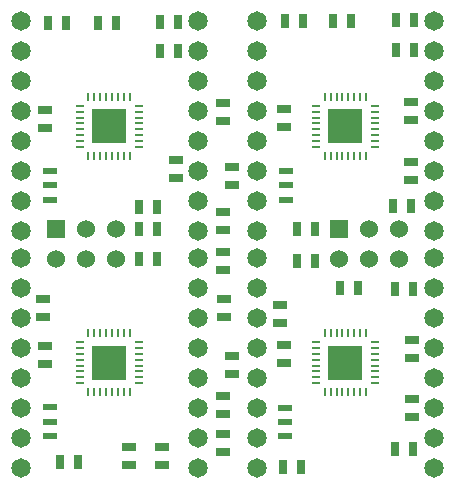
<source format=gts>
G04 (created by PCBNEW (2013-mar-13)-testing) date Mon 26 Aug 2013 07:19:36 AM PDT*
%MOIN*%
G04 Gerber Fmt 3.4, Leading zero omitted, Abs format*
%FSLAX34Y34*%
G01*
G70*
G90*
G04 APERTURE LIST*
%ADD10C,0.005906*%
%ADD11R,0.045000X0.025000*%
%ADD12C,0.065000*%
%ADD13R,0.051200X0.019700*%
%ADD14R,0.010000X0.030000*%
%ADD15R,0.030000X0.010000*%
%ADD16R,0.118100X0.118100*%
%ADD17R,0.060000X0.060000*%
%ADD18C,0.060000*%
%ADD19R,0.025000X0.045000*%
G04 APERTURE END LIST*
G54D10*
G54D11*
X21496Y-23685D03*
X21496Y-23085D03*
G54D12*
X20669Y-20122D03*
X20669Y-21122D03*
X20669Y-22122D03*
X20669Y-23122D03*
X20669Y-24122D03*
X20669Y-25122D03*
X20669Y-26122D03*
X20669Y-27122D03*
X26574Y-27122D03*
X26574Y-26122D03*
X26574Y-25122D03*
X26574Y-24122D03*
X26574Y-23122D03*
X26574Y-22122D03*
X26574Y-21122D03*
X26574Y-20122D03*
X20669Y-27996D03*
X20669Y-28996D03*
X20669Y-29996D03*
X20669Y-30996D03*
X20669Y-31996D03*
X20669Y-32996D03*
X20669Y-33996D03*
X20669Y-34996D03*
X26574Y-34996D03*
X26574Y-33996D03*
X26574Y-32996D03*
X26574Y-31996D03*
X26574Y-30996D03*
X26574Y-29996D03*
X26574Y-28996D03*
X26574Y-27996D03*
X28543Y-20122D03*
X28543Y-21122D03*
X28543Y-22122D03*
X28543Y-23122D03*
X28543Y-24122D03*
X28543Y-25122D03*
X28543Y-26122D03*
X28543Y-27122D03*
X34448Y-27122D03*
X34448Y-26122D03*
X34448Y-25122D03*
X34448Y-24122D03*
X34448Y-23122D03*
X34448Y-22122D03*
X34448Y-21122D03*
X34448Y-20122D03*
X28543Y-27996D03*
X28543Y-28996D03*
X28543Y-29996D03*
X28543Y-30996D03*
X28543Y-31996D03*
X28543Y-32996D03*
X28543Y-33996D03*
X28543Y-34996D03*
X34448Y-34996D03*
X34448Y-33996D03*
X34448Y-32996D03*
X34448Y-31996D03*
X34448Y-30996D03*
X34448Y-29996D03*
X34448Y-28996D03*
X34448Y-27996D03*
G54D13*
X21653Y-25590D03*
X21653Y-26062D03*
X21653Y-25118D03*
X21653Y-33464D03*
X21653Y-33936D03*
X21653Y-32992D03*
X29527Y-25590D03*
X29527Y-26062D03*
X29527Y-25118D03*
X29475Y-33480D03*
X29475Y-33952D03*
X29475Y-33008D03*
G54D11*
X21496Y-31559D03*
X21496Y-30959D03*
G54D14*
X23130Y-22638D03*
X23327Y-22638D03*
X23524Y-22638D03*
X22933Y-22638D03*
G54D15*
X22638Y-22933D03*
X22638Y-23130D03*
X22638Y-23327D03*
X22638Y-23524D03*
X22638Y-23720D03*
X22638Y-23917D03*
X22638Y-24114D03*
X22638Y-24311D03*
G54D14*
X24311Y-24606D03*
X22933Y-24606D03*
X23130Y-24606D03*
X23327Y-24606D03*
X23524Y-24606D03*
X23720Y-24606D03*
X23917Y-24606D03*
X24114Y-24606D03*
G54D15*
X24606Y-24311D03*
X24606Y-24114D03*
X24606Y-23917D03*
X24606Y-23720D03*
X24606Y-23524D03*
X24606Y-23327D03*
X24606Y-23130D03*
X24606Y-22933D03*
G54D14*
X24311Y-22638D03*
X24114Y-22638D03*
X23917Y-22638D03*
X23720Y-22638D03*
G54D16*
X23622Y-23622D03*
G54D14*
X23130Y-30512D03*
X23327Y-30512D03*
X23524Y-30512D03*
X22933Y-30512D03*
G54D15*
X22638Y-30807D03*
X22638Y-31004D03*
X22638Y-31201D03*
X22638Y-31398D03*
X22638Y-31594D03*
X22638Y-31791D03*
X22638Y-31988D03*
X22638Y-32185D03*
G54D14*
X24311Y-32480D03*
X22933Y-32480D03*
X23130Y-32480D03*
X23327Y-32480D03*
X23524Y-32480D03*
X23720Y-32480D03*
X23917Y-32480D03*
X24114Y-32480D03*
G54D15*
X24606Y-32185D03*
X24606Y-31988D03*
X24606Y-31791D03*
X24606Y-31594D03*
X24606Y-31398D03*
X24606Y-31201D03*
X24606Y-31004D03*
X24606Y-30807D03*
G54D14*
X24311Y-30512D03*
X24114Y-30512D03*
X23917Y-30512D03*
X23720Y-30512D03*
G54D16*
X23622Y-31496D03*
G54D14*
X31004Y-22638D03*
X31201Y-22638D03*
X31398Y-22638D03*
X30807Y-22638D03*
G54D15*
X30512Y-22933D03*
X30512Y-23130D03*
X30512Y-23327D03*
X30512Y-23524D03*
X30512Y-23720D03*
X30512Y-23917D03*
X30512Y-24114D03*
X30512Y-24311D03*
G54D14*
X32185Y-24606D03*
X30807Y-24606D03*
X31004Y-24606D03*
X31201Y-24606D03*
X31398Y-24606D03*
X31594Y-24606D03*
X31791Y-24606D03*
X31988Y-24606D03*
G54D15*
X32480Y-24311D03*
X32480Y-24114D03*
X32480Y-23917D03*
X32480Y-23720D03*
X32480Y-23524D03*
X32480Y-23327D03*
X32480Y-23130D03*
X32480Y-22933D03*
G54D14*
X32185Y-22638D03*
X31988Y-22638D03*
X31791Y-22638D03*
X31594Y-22638D03*
G54D16*
X31496Y-23622D03*
G54D14*
X31004Y-30512D03*
X31201Y-30512D03*
X31398Y-30512D03*
X30807Y-30512D03*
G54D15*
X30512Y-30807D03*
X30512Y-31004D03*
X30512Y-31201D03*
X30512Y-31398D03*
X30512Y-31594D03*
X30512Y-31791D03*
X30512Y-31988D03*
X30512Y-32185D03*
G54D14*
X32185Y-32480D03*
X30807Y-32480D03*
X31004Y-32480D03*
X31201Y-32480D03*
X31398Y-32480D03*
X31594Y-32480D03*
X31791Y-32480D03*
X31988Y-32480D03*
G54D15*
X32480Y-32185D03*
X32480Y-31988D03*
X32480Y-31791D03*
X32480Y-31594D03*
X32480Y-31398D03*
X32480Y-31201D03*
X32480Y-31004D03*
X32480Y-30807D03*
G54D14*
X32185Y-30512D03*
X31988Y-30512D03*
X31791Y-30512D03*
X31594Y-30512D03*
G54D16*
X31496Y-31496D03*
G54D11*
X29448Y-23646D03*
X29448Y-23046D03*
X29448Y-31520D03*
X29448Y-30920D03*
G54D17*
X21834Y-27059D03*
G54D18*
X21834Y-28059D03*
X22834Y-27059D03*
X22834Y-28059D03*
X23834Y-27059D03*
X23834Y-28059D03*
G54D17*
X31283Y-27059D03*
G54D18*
X31283Y-28059D03*
X32283Y-27059D03*
X32283Y-28059D03*
X33283Y-27059D03*
X33283Y-28059D03*
G54D19*
X31330Y-29010D03*
X31930Y-29010D03*
X33140Y-29050D03*
X33740Y-29050D03*
G54D11*
X33715Y-32720D03*
X33715Y-33320D03*
G54D19*
X30030Y-34960D03*
X29430Y-34960D03*
X33160Y-34370D03*
X33760Y-34370D03*
G54D11*
X27716Y-31874D03*
X27716Y-31274D03*
X29320Y-29560D03*
X29320Y-30160D03*
X33715Y-31330D03*
X33715Y-30730D03*
G54D19*
X33170Y-20090D03*
X33770Y-20090D03*
X33170Y-21090D03*
X33770Y-21090D03*
G54D11*
X33690Y-24820D03*
X33690Y-25420D03*
X27716Y-25575D03*
X27716Y-24975D03*
G54D19*
X33090Y-26270D03*
X33690Y-26270D03*
X31680Y-20110D03*
X31080Y-20110D03*
X30085Y-20105D03*
X29485Y-20105D03*
G54D11*
X33690Y-22820D03*
X33690Y-23420D03*
X27400Y-28400D03*
X27400Y-27800D03*
X27440Y-29990D03*
X27440Y-29390D03*
X27400Y-32595D03*
X27400Y-33195D03*
X25370Y-34310D03*
X25370Y-34910D03*
X27401Y-33873D03*
X27401Y-34473D03*
X24290Y-34300D03*
X24290Y-34900D03*
X21430Y-29380D03*
X21430Y-29980D03*
G54D19*
X21983Y-34803D03*
X22583Y-34803D03*
X25320Y-20140D03*
X25920Y-20140D03*
X25325Y-21125D03*
X25925Y-21125D03*
G54D11*
X25850Y-24740D03*
X25850Y-25340D03*
G54D19*
X25205Y-26295D03*
X24605Y-26295D03*
G54D11*
X27401Y-27071D03*
X27401Y-26471D03*
G54D19*
X23855Y-20170D03*
X23255Y-20170D03*
X22190Y-20170D03*
X21590Y-20170D03*
G54D11*
X27401Y-23449D03*
X27401Y-22849D03*
G54D19*
X30495Y-28105D03*
X29895Y-28105D03*
X30485Y-27050D03*
X29885Y-27050D03*
X24630Y-28030D03*
X25230Y-28030D03*
X24620Y-27055D03*
X25220Y-27055D03*
M02*

</source>
